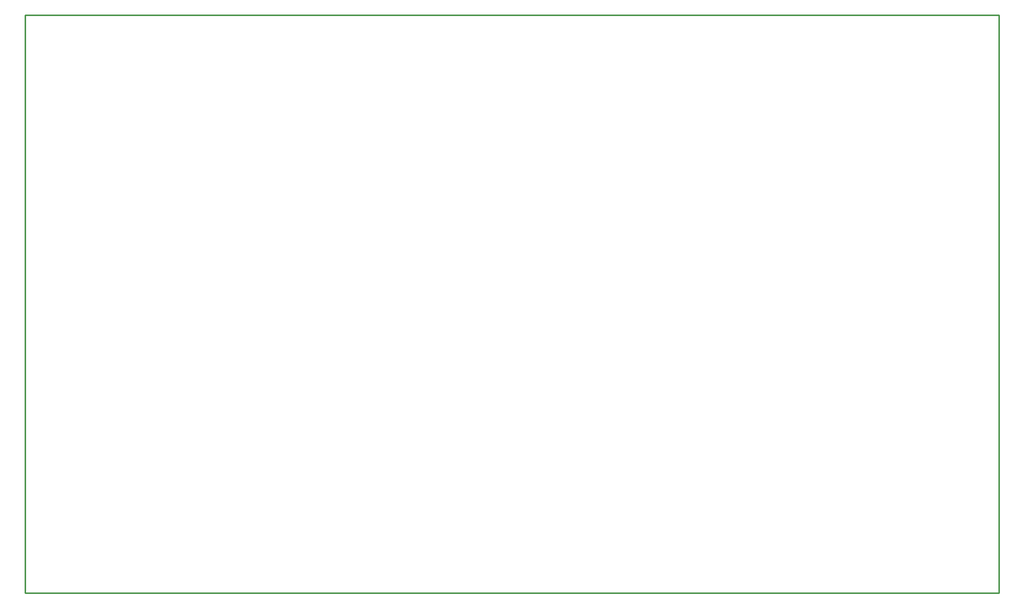
<source format=gbr>
G04 start of page 12 for group -4078 idx -4078 *
G04 Title: (unknown), bottomsilk *
G04 Creator: pcb 20110918 *
G04 CreationDate: Mon May 14 21:02:36 2012 UTC *
G04 For: mldelibero *
G04 Format: Gerber/RS-274X *
G04 PCB-Dimensions: 2000000 2000000 *
G04 PCB-Coordinate-Origin: lower left *
%MOIN*%
%FSLAX25Y25*%
%LNBOTTOMSILK*%
%ADD105C,0.0100*%
G54D105*X74100Y1553000D02*X720700D01*
Y1936800D01*
X74100D02*X720700D01*
X74100D02*Y1553000D01*
M02*

</source>
